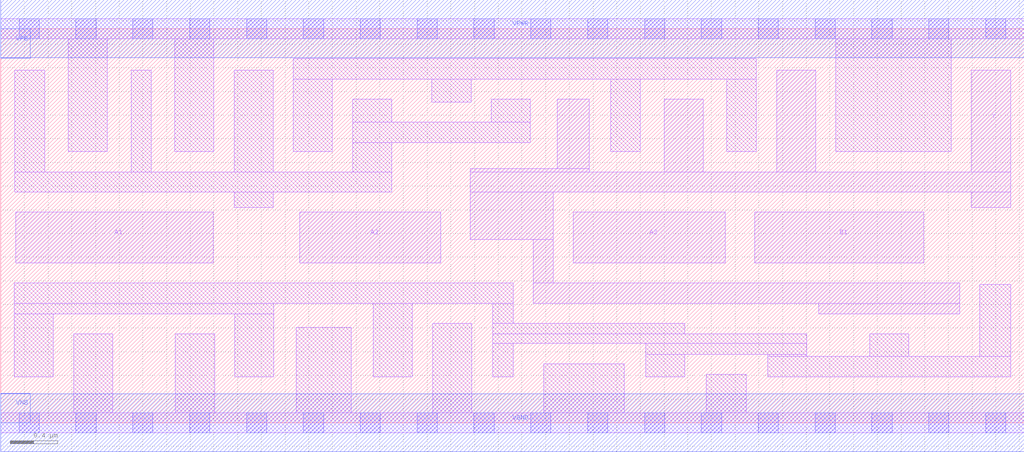
<source format=lef>
# Copyright 2020 The SkyWater PDK Authors
#
# Licensed under the Apache License, Version 2.0 (the "License");
# you may not use this file except in compliance with the License.
# You may obtain a copy of the License at
#
#     https://www.apache.org/licenses/LICENSE-2.0
#
# Unless required by applicable law or agreed to in writing, software
# distributed under the License is distributed on an "AS IS" BASIS,
# WITHOUT WARRANTIES OR CONDITIONS OF ANY KIND, either express or implied.
# See the License for the specific language governing permissions and
# limitations under the License.
#
# SPDX-License-Identifier: Apache-2.0

VERSION 5.5 ;
NAMESCASESENSITIVE ON ;
BUSBITCHARS "[]" ;
DIVIDERCHAR "/" ;
MACRO sky130_fd_sc_ms__o31ai_4
  CLASS CORE ;
  SOURCE USER ;
  ORIGIN  0.000000  0.000000 ;
  SIZE  8.640000 BY  3.330000 ;
  SYMMETRY X Y ;
  SITE unit ;
  PIN A1
    ANTENNAGATEAREA  1.116000 ;
    DIRECTION INPUT ;
    USE SIGNAL ;
    PORT
      LAYER li1 ;
        RECT 0.125000 1.350000 1.795000 1.780000 ;
    END
  END A1
  PIN A2
    ANTENNAGATEAREA  1.116000 ;
    DIRECTION INPUT ;
    USE SIGNAL ;
    PORT
      LAYER li1 ;
        RECT 2.525000 1.350000 3.715000 1.780000 ;
    END
  END A2
  PIN A3
    ANTENNAGATEAREA  1.116000 ;
    DIRECTION INPUT ;
    USE SIGNAL ;
    PORT
      LAYER li1 ;
        RECT 4.835000 1.350000 6.115000 1.780000 ;
    END
  END A3
  PIN B1
    ANTENNAGATEAREA  0.780000 ;
    DIRECTION INPUT ;
    USE SIGNAL ;
    PORT
      LAYER li1 ;
        RECT 6.365000 1.350000 7.790000 1.780000 ;
    END
  END B1
  PIN Y
    ANTENNADIFFAREA  1.803200 ;
    DIRECTION OUTPUT ;
    USE SIGNAL ;
    PORT
      LAYER li1 ;
        RECT 3.965000 1.550000 4.665000 1.950000 ;
        RECT 3.965000 1.950000 8.525000 2.120000 ;
        RECT 3.965000 2.120000 4.970000 2.150000 ;
        RECT 4.495000 1.010000 8.095000 1.180000 ;
        RECT 4.495000 1.180000 4.665000 1.550000 ;
        RECT 4.700000 2.150000 4.970000 2.735000 ;
        RECT 5.600000 2.120000 5.930000 2.735000 ;
        RECT 6.550000 2.120000 6.880000 2.980000 ;
        RECT 6.905000 0.920000 8.095000 1.010000 ;
        RECT 8.195000 1.820000 8.525000 1.950000 ;
        RECT 8.195000 2.120000 8.525000 2.980000 ;
    END
  END Y
  PIN VGND
    DIRECTION INOUT ;
    USE GROUND ;
    PORT
      LAYER met1 ;
        RECT 0.000000 -0.245000 8.640000 0.245000 ;
    END
  END VGND
  PIN VNB
    DIRECTION INOUT ;
    USE GROUND ;
    PORT
      LAYER met1 ;
        RECT 0.000000 0.000000 0.250000 0.250000 ;
    END
  END VNB
  PIN VPB
    DIRECTION INOUT ;
    USE POWER ;
    PORT
      LAYER met1 ;
        RECT 0.000000 3.080000 0.250000 3.330000 ;
    END
  END VPB
  PIN VPWR
    DIRECTION INOUT ;
    USE POWER ;
    PORT
      LAYER met1 ;
        RECT 0.000000 3.085000 8.640000 3.575000 ;
    END
  END VPWR
  OBS
    LAYER li1 ;
      RECT 0.000000 -0.085000 8.640000 0.085000 ;
      RECT 0.000000  3.245000 8.640000 3.415000 ;
      RECT 0.115000  0.390000 0.445000 0.920000 ;
      RECT 0.115000  0.920000 2.305000 1.010000 ;
      RECT 0.115000  1.010000 4.325000 1.180000 ;
      RECT 0.120000  1.950000 3.300000 2.120000 ;
      RECT 0.120000  2.120000 0.370000 2.980000 ;
      RECT 0.570000  2.290000 0.900000 3.245000 ;
      RECT 0.615000  0.085000 0.945000 0.750000 ;
      RECT 1.100000  2.120000 1.270000 2.980000 ;
      RECT 1.470000  2.290000 1.800000 3.245000 ;
      RECT 1.475000  0.085000 1.805000 0.750000 ;
      RECT 1.970000  1.820000 2.300000 1.950000 ;
      RECT 1.970000  2.120000 2.300000 2.980000 ;
      RECT 1.975000  0.390000 2.305000 0.920000 ;
      RECT 2.470000  2.290000 2.800000 2.905000 ;
      RECT 2.470000  2.905000 6.380000 3.075000 ;
      RECT 2.495000  0.085000 2.960000 0.805000 ;
      RECT 2.970000  2.120000 3.300000 2.370000 ;
      RECT 2.970000  2.370000 4.470000 2.540000 ;
      RECT 2.970000  2.540000 3.300000 2.735000 ;
      RECT 3.145000  0.390000 3.475000 1.010000 ;
      RECT 3.640000  2.710000 3.970000 2.905000 ;
      RECT 3.645000  0.085000 3.975000 0.840000 ;
      RECT 4.140000  2.540000 4.470000 2.735000 ;
      RECT 4.155000  0.390000 4.325000 0.670000 ;
      RECT 4.155000  0.670000 6.805000 0.750000 ;
      RECT 4.155000  0.750000 5.775000 0.840000 ;
      RECT 4.155000  0.840000 4.325000 1.010000 ;
      RECT 4.585000  0.085000 5.265000 0.500000 ;
      RECT 5.150000  2.290000 5.400000 2.905000 ;
      RECT 5.445000  0.390000 5.775000 0.580000 ;
      RECT 5.445000  0.580000 6.805000 0.670000 ;
      RECT 5.955000  0.085000 6.295000 0.410000 ;
      RECT 6.130000  2.290000 6.380000 2.905000 ;
      RECT 6.475000  0.390000 8.525000 0.560000 ;
      RECT 6.475000  0.560000 6.805000 0.580000 ;
      RECT 7.050000  2.290000 8.025000 3.245000 ;
      RECT 7.335000  0.560000 7.665000 0.750000 ;
      RECT 8.265000  0.560000 8.525000 1.170000 ;
    LAYER mcon ;
      RECT 0.155000 -0.085000 0.325000 0.085000 ;
      RECT 0.155000  3.245000 0.325000 3.415000 ;
      RECT 0.635000 -0.085000 0.805000 0.085000 ;
      RECT 0.635000  3.245000 0.805000 3.415000 ;
      RECT 1.115000 -0.085000 1.285000 0.085000 ;
      RECT 1.115000  3.245000 1.285000 3.415000 ;
      RECT 1.595000 -0.085000 1.765000 0.085000 ;
      RECT 1.595000  3.245000 1.765000 3.415000 ;
      RECT 2.075000 -0.085000 2.245000 0.085000 ;
      RECT 2.075000  3.245000 2.245000 3.415000 ;
      RECT 2.555000 -0.085000 2.725000 0.085000 ;
      RECT 2.555000  3.245000 2.725000 3.415000 ;
      RECT 3.035000 -0.085000 3.205000 0.085000 ;
      RECT 3.035000  3.245000 3.205000 3.415000 ;
      RECT 3.515000 -0.085000 3.685000 0.085000 ;
      RECT 3.515000  3.245000 3.685000 3.415000 ;
      RECT 3.995000 -0.085000 4.165000 0.085000 ;
      RECT 3.995000  3.245000 4.165000 3.415000 ;
      RECT 4.475000 -0.085000 4.645000 0.085000 ;
      RECT 4.475000  3.245000 4.645000 3.415000 ;
      RECT 4.955000 -0.085000 5.125000 0.085000 ;
      RECT 4.955000  3.245000 5.125000 3.415000 ;
      RECT 5.435000 -0.085000 5.605000 0.085000 ;
      RECT 5.435000  3.245000 5.605000 3.415000 ;
      RECT 5.915000 -0.085000 6.085000 0.085000 ;
      RECT 5.915000  3.245000 6.085000 3.415000 ;
      RECT 6.395000 -0.085000 6.565000 0.085000 ;
      RECT 6.395000  3.245000 6.565000 3.415000 ;
      RECT 6.875000 -0.085000 7.045000 0.085000 ;
      RECT 6.875000  3.245000 7.045000 3.415000 ;
      RECT 7.355000 -0.085000 7.525000 0.085000 ;
      RECT 7.355000  3.245000 7.525000 3.415000 ;
      RECT 7.835000 -0.085000 8.005000 0.085000 ;
      RECT 7.835000  3.245000 8.005000 3.415000 ;
      RECT 8.315000 -0.085000 8.485000 0.085000 ;
      RECT 8.315000  3.245000 8.485000 3.415000 ;
  END
END sky130_fd_sc_ms__o31ai_4
END LIBRARY

</source>
